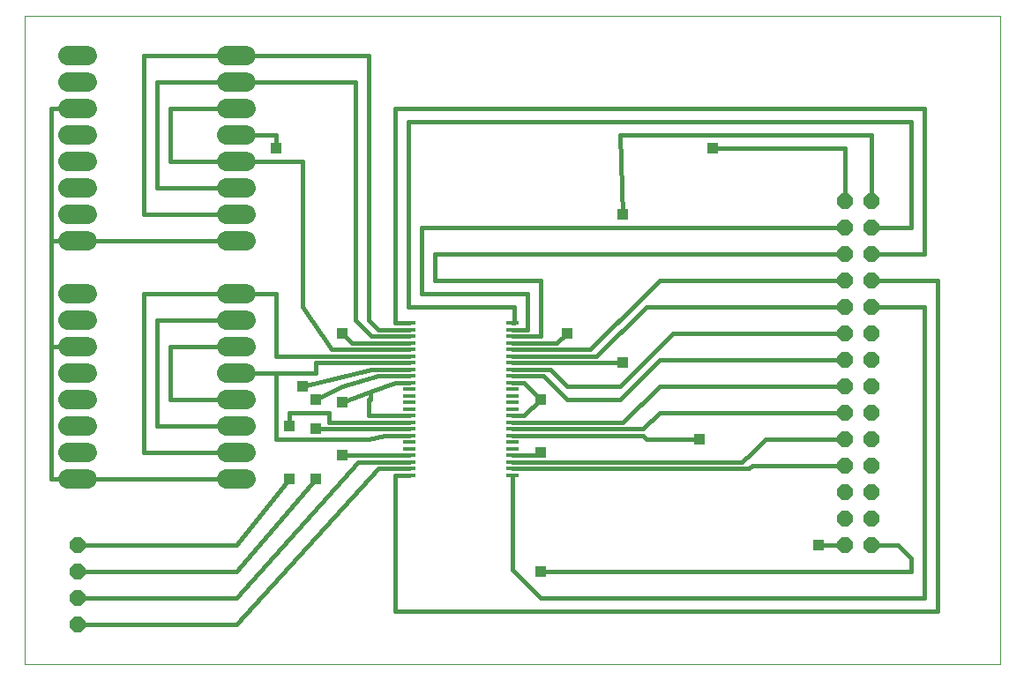
<source format=gtl>
G75*
G70*
%OFA0B0*%
%FSLAX24Y24*%
%IPPOS*%
%LPD*%
%AMOC8*
5,1,8,0,0,1.08239X$1,22.5*
%
%ADD10C,0.0000*%
%ADD11R,0.0512X0.0157*%
%ADD12OC8,0.0594*%
%ADD13C,0.0740*%
%ADD14C,0.0160*%
%ADD15R,0.0396X0.0396*%
D10*
X000100Y000100D02*
X000100Y024596D01*
X036970Y024596D01*
X036970Y000100D01*
X000100Y000100D01*
D11*
X014639Y007225D03*
X014639Y007475D03*
X014639Y007725D03*
X014639Y007975D03*
X014639Y008225D03*
X014639Y008475D03*
X014639Y008725D03*
X014639Y008975D03*
X014639Y009225D03*
X014639Y009475D03*
X014639Y009725D03*
X014639Y009975D03*
X014639Y010225D03*
X014639Y010475D03*
X014639Y010725D03*
X014639Y010975D03*
X014639Y011225D03*
X014639Y011475D03*
X014639Y011725D03*
X014639Y011975D03*
X014639Y012225D03*
X014639Y012475D03*
X014639Y012725D03*
X014639Y012975D03*
X018561Y012975D03*
X018561Y012725D03*
X018561Y012475D03*
X018561Y012225D03*
X018561Y011975D03*
X018561Y011725D03*
X018561Y011475D03*
X018561Y011225D03*
X018561Y010975D03*
X018561Y010725D03*
X018561Y010475D03*
X018561Y010225D03*
X018561Y009975D03*
X018561Y009725D03*
X018561Y009475D03*
X018561Y009225D03*
X018561Y008975D03*
X018561Y008725D03*
X018561Y008475D03*
X018561Y008225D03*
X018561Y007975D03*
X018561Y007725D03*
X018561Y007475D03*
X018561Y007225D03*
D12*
X031100Y007600D03*
X032100Y007600D03*
X032100Y006600D03*
X031100Y006600D03*
X031100Y005600D03*
X032100Y005600D03*
X032100Y004600D03*
X031100Y004600D03*
X031100Y008600D03*
X032100Y008600D03*
X032100Y009600D03*
X031100Y009600D03*
X031100Y010600D03*
X032100Y010600D03*
X032100Y011600D03*
X031100Y011600D03*
X031100Y012600D03*
X032100Y012600D03*
X032100Y013600D03*
X031100Y013600D03*
X031100Y014600D03*
X032100Y014600D03*
X032100Y015600D03*
X031100Y015600D03*
X031100Y016600D03*
X032100Y016600D03*
X032100Y017600D03*
X031100Y017600D03*
X002100Y004600D03*
X002100Y003600D03*
X002100Y002600D03*
X002100Y001600D03*
D13*
X002470Y007100D02*
X001730Y007100D01*
X001730Y008100D02*
X002470Y008100D01*
X002470Y009100D02*
X001730Y009100D01*
X001730Y010100D02*
X002470Y010100D01*
X002470Y011100D02*
X001730Y011100D01*
X001730Y012100D02*
X002470Y012100D01*
X002470Y013100D02*
X001730Y013100D01*
X001730Y014100D02*
X002470Y014100D01*
X002470Y016100D02*
X001730Y016100D01*
X001730Y017100D02*
X002470Y017100D01*
X002470Y018100D02*
X001730Y018100D01*
X001730Y019100D02*
X002470Y019100D01*
X002470Y020100D02*
X001730Y020100D01*
X001730Y021100D02*
X002470Y021100D01*
X002470Y022100D02*
X001730Y022100D01*
X001730Y023100D02*
X002470Y023100D01*
X007730Y023100D02*
X008470Y023100D01*
X008470Y022100D02*
X007730Y022100D01*
X007730Y021100D02*
X008470Y021100D01*
X008470Y020100D02*
X007730Y020100D01*
X007730Y019100D02*
X008470Y019100D01*
X008470Y018100D02*
X007730Y018100D01*
X007730Y017100D02*
X008470Y017100D01*
X008470Y016100D02*
X007730Y016100D01*
X007730Y014100D02*
X008470Y014100D01*
X008470Y013100D02*
X007730Y013100D01*
X007730Y012100D02*
X008470Y012100D01*
X008470Y011100D02*
X007730Y011100D01*
X007730Y010100D02*
X008470Y010100D01*
X008470Y009100D02*
X007730Y009100D01*
X007730Y008100D02*
X008470Y008100D01*
X008470Y007100D02*
X007730Y007100D01*
D14*
X008100Y007100D02*
X002100Y007100D01*
X001100Y007100D01*
X001100Y012100D01*
X001100Y016100D01*
X001100Y021100D01*
X002100Y021100D01*
X005100Y022100D02*
X005100Y018100D01*
X008100Y018100D01*
X008100Y017100D02*
X004600Y017100D01*
X004600Y023100D01*
X008100Y023100D01*
X013100Y023100D01*
X013100Y017100D01*
X013100Y013100D01*
X013475Y012725D01*
X014639Y012725D01*
X014639Y012975D02*
X014100Y012975D01*
X014100Y021100D01*
X034100Y021100D01*
X034100Y019100D01*
X034100Y015600D01*
X032100Y015600D01*
X031100Y015600D02*
X030100Y015600D01*
X015600Y015600D01*
X015600Y014600D01*
X019600Y014600D01*
X019600Y013600D01*
X019600Y012475D01*
X018561Y012475D01*
X018561Y012225D02*
X020225Y012225D01*
X020600Y012600D01*
X021475Y011975D02*
X023600Y014100D01*
X024100Y014600D01*
X031100Y014600D01*
X032100Y014600D02*
X034600Y014600D01*
X034600Y002600D01*
X034600Y002100D01*
X014100Y002100D01*
X014100Y007225D01*
X014639Y007225D01*
X014639Y007475D02*
X013475Y007475D01*
X008100Y001600D01*
X002100Y001600D01*
X002100Y002600D02*
X008100Y002600D01*
X012725Y007725D01*
X014639Y007725D01*
X014639Y007975D02*
X012100Y007975D01*
X013100Y008600D02*
X009600Y008600D01*
X009600Y011100D01*
X008100Y011100D01*
X008100Y010100D02*
X005600Y010100D01*
X005600Y012100D01*
X008100Y012100D01*
X009600Y011725D02*
X009600Y014100D01*
X008100Y014100D01*
X004600Y014100D01*
X004600Y008100D01*
X008100Y008100D01*
X008100Y009100D02*
X005100Y009100D01*
X005100Y013100D01*
X008100Y013100D01*
X009600Y011725D02*
X014639Y011725D01*
X014639Y011475D02*
X011100Y011475D01*
X011100Y011100D01*
X009600Y011100D01*
X010600Y010600D02*
X013225Y011225D01*
X014639Y011225D01*
X014639Y010975D02*
X013475Y010975D01*
X012100Y010600D01*
X011100Y010100D01*
X011600Y009600D02*
X010100Y009600D01*
X010100Y009100D01*
X011100Y008975D02*
X014639Y008975D01*
X014639Y008725D02*
X013725Y008725D01*
X013100Y008600D01*
X013100Y009475D02*
X013100Y009600D01*
X013100Y010100D01*
X013182Y010100D01*
X013182Y010381D01*
X012100Y009975D01*
X011600Y009600D02*
X011600Y009225D01*
X014639Y009225D01*
X014639Y009475D02*
X013100Y009475D01*
X013182Y010381D02*
X014100Y010725D01*
X014639Y010725D01*
X014639Y011975D02*
X011725Y011975D01*
X010600Y013600D01*
X010600Y019100D01*
X008100Y019100D01*
X005600Y019100D01*
X005600Y021100D01*
X008100Y021100D01*
X008100Y020100D02*
X009600Y020100D01*
X009600Y019600D01*
X008100Y022100D02*
X012600Y022100D01*
X012600Y013100D01*
X013225Y012475D01*
X014639Y012475D01*
X014639Y012225D02*
X012475Y012225D01*
X012100Y012600D01*
X014600Y013600D02*
X014600Y020600D01*
X033600Y020600D01*
X033600Y016600D01*
X032100Y016600D01*
X031100Y016600D02*
X015100Y016600D01*
X015100Y014600D01*
X015100Y014100D01*
X019100Y014100D01*
X019100Y013600D01*
X019100Y012725D01*
X018561Y012725D01*
X018561Y012975D02*
X018600Y012975D01*
X018600Y013600D01*
X014600Y013600D01*
X018561Y011975D02*
X021475Y011975D01*
X021725Y011725D02*
X023600Y013600D01*
X031100Y013600D01*
X032100Y013600D02*
X034100Y013600D01*
X034100Y003600D01*
X034100Y002600D01*
X019600Y002600D01*
X018561Y003639D01*
X018561Y007225D01*
X018561Y007475D02*
X027475Y007475D01*
X027600Y007600D01*
X031100Y007600D01*
X031100Y008600D02*
X028100Y008600D01*
X027600Y008100D01*
X027225Y007725D01*
X018561Y007725D01*
X018561Y007975D02*
X019475Y007975D01*
X019600Y008100D01*
X018561Y008725D02*
X023475Y008725D01*
X023600Y008600D01*
X025600Y008600D01*
X024100Y009600D02*
X031100Y009600D01*
X031100Y010600D02*
X024100Y010600D01*
X022725Y009225D01*
X018561Y009225D01*
X018561Y008975D02*
X023475Y008975D01*
X024100Y009600D01*
X022600Y010100D02*
X024100Y011600D01*
X031100Y011600D01*
X031100Y012600D02*
X024600Y012600D01*
X022600Y010600D01*
X020600Y010600D01*
X019975Y011225D01*
X018561Y011225D01*
X018561Y010975D02*
X019725Y010975D01*
X020600Y010100D01*
X022600Y010100D01*
X022725Y011475D02*
X018561Y011475D01*
X018561Y011725D02*
X021725Y011725D01*
X019600Y010100D02*
X018975Y010725D01*
X018561Y010725D01*
X019600Y010100D02*
X018975Y009475D01*
X018561Y009475D01*
X011100Y007100D02*
X008100Y003600D01*
X002100Y003600D01*
X002100Y004600D02*
X007600Y004600D01*
X008100Y004600D01*
X010100Y007100D01*
X002100Y012100D02*
X001100Y012100D01*
X002100Y012100D01*
X002100Y016100D02*
X001100Y016100D01*
X002100Y016100D02*
X008100Y016100D01*
X008100Y022100D02*
X005100Y022100D01*
X022600Y020100D02*
X022725Y017100D01*
X026100Y019600D02*
X031100Y019600D01*
X031100Y017600D01*
X032100Y017600D02*
X032100Y020100D01*
X022600Y020100D01*
X030100Y004600D02*
X031100Y004600D01*
X032100Y004600D02*
X033100Y004600D01*
X033600Y004100D01*
X033600Y003600D01*
X019600Y003600D01*
D15*
X019600Y003600D03*
X019600Y008100D03*
X019600Y010100D03*
X022725Y011475D03*
X020600Y012600D03*
X025600Y008600D03*
X030100Y004600D03*
X012100Y007975D03*
X011100Y007100D03*
X010100Y007100D03*
X010100Y009100D03*
X011100Y008975D03*
X011100Y010100D03*
X010600Y010600D03*
X012100Y009975D03*
X012100Y012600D03*
X009600Y019600D03*
X022725Y017100D03*
X026100Y019600D03*
M02*

</source>
